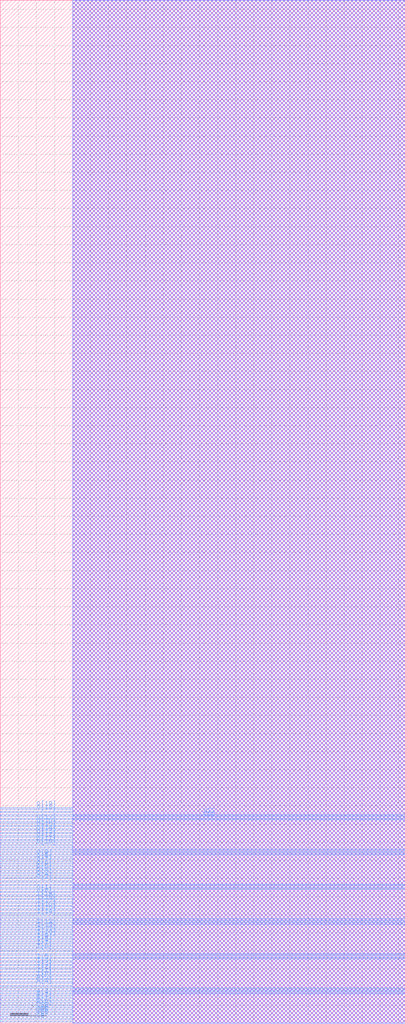
<source format=lef>
VERSION 5.6 ;
BUSBITCHARS "[]" ;
DIVIDERCHAR "/" ;

MACRO SRAM1RW64x20
  CLASS BLOCK ;
  ORIGIN 0 0 ;
  FOREIGN SRAM1RW64x20 0 0 ;
  SIZE 22.368 BY 56.512 ;
  SYMMETRY X Y ;
  SITE coreSite ;
  PIN VDD
    DIRECTION INOUT ;
    USE POWER ;
    PORT 
      LAYER M4 ;
        RECT 0.0 1.632 22.368 1.728 ;
        RECT 0.0 3.552 22.368 3.648 ;
        RECT 0.0 5.472 22.368 5.568 ;
        RECT 0.0 7.392 22.368 7.488 ;
        RECT 0.0 9.312 22.368 9.408 ;
        RECT 0.0 11.232 22.368 11.328 ;
    END 
  END VDD
  PIN VSS
    DIRECTION INOUT ;
    USE GROUND ;
    PORT 
      LAYER M4 ;
        RECT 0.0 1.824 22.368 1.92 ;
        RECT 0.0 3.744 22.368 3.84 ;
        RECT 0.0 5.664 22.368 5.76 ;
        RECT 0.0 7.584 22.368 7.68 ;
        RECT 0.0 9.504 22.368 9.6 ;
        RECT 0.0 11.424 22.368 11.52 ;
    END 
  END VSS
  PIN CE
    DIRECTION INPUT ;
    USE SIGNAL ;
    PORT 
      LAYER M4 ;
        RECT 0.0 0.096 4.0 0.192 ;
    END 
  END CE
  PIN WEB
    DIRECTION INPUT ;
    USE SIGNAL ;
    PORT 
      LAYER M4 ;
        RECT 0.0 0.288 4.0 0.384 ;
    END 
  END WEB
  PIN OEB
    DIRECTION INPUT ;
    USE SIGNAL ;
    PORT 
      LAYER M4 ;
        RECT 0.0 0.48 4.0 0.576 ;
    END 
  END OEB
  PIN CSB
    DIRECTION INPUT ;
    USE SIGNAL ;
    PORT 
      LAYER M4 ;
        RECT 0.0 0.672 4.0 0.768 ;
    END 
  END CSB
  PIN A[0]
    DIRECTION INPUT ;
    USE SIGNAL ;
    PORT 
      LAYER M4 ;
        RECT 0.0 0.864 4.0 0.96 ;
    END 
  END A[0]
  PIN A[1]
    DIRECTION INPUT ;
    USE SIGNAL ;
    PORT 
      LAYER M4 ;
        RECT 0.0 1.056 4.0 1.152 ;
    END 
  END A[1]
  PIN A[2]
    DIRECTION INPUT ;
    USE SIGNAL ;
    PORT 
      LAYER M4 ;
        RECT 0.0 1.248 4.0 1.344 ;
    END 
  END A[2]
  PIN A[3]
    DIRECTION INPUT ;
    USE SIGNAL ;
    PORT 
      LAYER M4 ;
        RECT 0.0 1.44 4.0 1.536 ;
    END 
  END A[3]
  PIN A[4]
    DIRECTION INPUT ;
    USE SIGNAL ;
    PORT 
      LAYER M4 ;
        RECT 0.0 2.016 4.0 2.112 ;
    END 
  END A[4]
  PIN A[5]
    DIRECTION INPUT ;
    USE SIGNAL ;
    PORT 
      LAYER M4 ;
        RECT 0.0 2.208 4.0 2.304 ;
    END 
  END A[5]
  PIN I[0]
    DIRECTION INPUT ;
    USE SIGNAL ;
    PORT 
      LAYER M4 ;
        RECT 0.0 2.4 4.0 2.496 ;
    END 
  END I[0]
  PIN I[1]
    DIRECTION INPUT ;
    USE SIGNAL ;
    PORT 
      LAYER M4 ;
        RECT 0.0 2.592 4.0 2.688 ;
    END 
  END I[1]
  PIN I[2]
    DIRECTION INPUT ;
    USE SIGNAL ;
    PORT 
      LAYER M4 ;
        RECT 0.0 2.784 4.0 2.88 ;
    END 
  END I[2]
  PIN I[3]
    DIRECTION INPUT ;
    USE SIGNAL ;
    PORT 
      LAYER M4 ;
        RECT 0.0 2.976 4.0 3.072 ;
    END 
  END I[3]
  PIN I[4]
    DIRECTION INPUT ;
    USE SIGNAL ;
    PORT 
      LAYER M4 ;
        RECT 0.0 3.168 4.0 3.264 ;
    END 
  END I[4]
  PIN I[5]
    DIRECTION INPUT ;
    USE SIGNAL ;
    PORT 
      LAYER M4 ;
        RECT 0.0 3.36 4.0 3.456 ;
    END 
  END I[5]
  PIN I[6]
    DIRECTION INPUT ;
    USE SIGNAL ;
    PORT 
      LAYER M4 ;
        RECT 0.0 3.936 4.0 4.032 ;
    END 
  END I[6]
  PIN I[7]
    DIRECTION INPUT ;
    USE SIGNAL ;
    PORT 
      LAYER M4 ;
        RECT 0.0 4.128 4.0 4.224 ;
    END 
  END I[7]
  PIN I[8]
    DIRECTION INPUT ;
    USE SIGNAL ;
    PORT 
      LAYER M4 ;
        RECT 0.0 4.32 4.0 4.416 ;
    END 
  END I[8]
  PIN I[9]
    DIRECTION INPUT ;
    USE SIGNAL ;
    PORT 
      LAYER M4 ;
        RECT 0.0 4.512 4.0 4.608 ;
    END 
  END I[9]
  PIN I[10]
    DIRECTION INPUT ;
    USE SIGNAL ;
    PORT 
      LAYER M4 ;
        RECT 0.0 4.704 4.0 4.8 ;
    END 
  END I[10]
  PIN I[11]
    DIRECTION INPUT ;
    USE SIGNAL ;
    PORT 
      LAYER M4 ;
        RECT 0.0 4.896 4.0 4.992 ;
    END 
  END I[11]
  PIN I[12]
    DIRECTION INPUT ;
    USE SIGNAL ;
    PORT 
      LAYER M4 ;
        RECT 0.0 5.088 4.0 5.184 ;
    END 
  END I[12]
  PIN I[13]
    DIRECTION INPUT ;
    USE SIGNAL ;
    PORT 
      LAYER M4 ;
        RECT 0.0 5.28 4.0 5.376 ;
    END 
  END I[13]
  PIN I[14]
    DIRECTION INPUT ;
    USE SIGNAL ;
    PORT 
      LAYER M4 ;
        RECT 0.0 5.856 4.0 5.952 ;
    END 
  END I[14]
  PIN I[15]
    DIRECTION INPUT ;
    USE SIGNAL ;
    PORT 
      LAYER M4 ;
        RECT 0.0 6.048 4.0 6.144 ;
    END 
  END I[15]
  PIN I[16]
    DIRECTION INPUT ;
    USE SIGNAL ;
    PORT 
      LAYER M4 ;
        RECT 0.0 6.24 4.0 6.336 ;
    END 
  END I[16]
  PIN I[17]
    DIRECTION INPUT ;
    USE SIGNAL ;
    PORT 
      LAYER M4 ;
        RECT 0.0 6.432 4.0 6.528 ;
    END 
  END I[17]
  PIN I[18]
    DIRECTION INPUT ;
    USE SIGNAL ;
    PORT 
      LAYER M4 ;
        RECT 0.0 6.624 4.0 6.72 ;
    END 
  END I[18]
  PIN I[19]
    DIRECTION INPUT ;
    USE SIGNAL ;
    PORT 
      LAYER M4 ;
        RECT 0.0 6.816 4.0 6.912 ;
    END 
  END I[19]
  PIN O[0]
    DIRECTION OUTPUT ;
    USE SIGNAL ;
    PORT 
      LAYER M4 ;
        RECT 0.0 7.008 4.0 7.104 ;
    END 
  END O[0]
  PIN O[1]
    DIRECTION OUTPUT ;
    USE SIGNAL ;
    PORT 
      LAYER M4 ;
        RECT 0.0 7.2 4.0 7.296 ;
    END 
  END O[1]
  PIN O[2]
    DIRECTION OUTPUT ;
    USE SIGNAL ;
    PORT 
      LAYER M4 ;
        RECT 0.0 7.776 4.0 7.872 ;
    END 
  END O[2]
  PIN O[3]
    DIRECTION OUTPUT ;
    USE SIGNAL ;
    PORT 
      LAYER M4 ;
        RECT 0.0 7.968 4.0 8.064 ;
    END 
  END O[3]
  PIN O[4]
    DIRECTION OUTPUT ;
    USE SIGNAL ;
    PORT 
      LAYER M4 ;
        RECT 0.0 8.16 4.0 8.256 ;
    END 
  END O[4]
  PIN O[5]
    DIRECTION OUTPUT ;
    USE SIGNAL ;
    PORT 
      LAYER M4 ;
        RECT 0.0 8.352 4.0 8.448 ;
    END 
  END O[5]
  PIN O[6]
    DIRECTION OUTPUT ;
    USE SIGNAL ;
    PORT 
      LAYER M4 ;
        RECT 0.0 8.544 4.0 8.64 ;
    END 
  END O[6]
  PIN O[7]
    DIRECTION OUTPUT ;
    USE SIGNAL ;
    PORT 
      LAYER M4 ;
        RECT 0.0 8.736 4.0 8.832 ;
    END 
  END O[7]
  PIN O[8]
    DIRECTION OUTPUT ;
    USE SIGNAL ;
    PORT 
      LAYER M4 ;
        RECT 0.0 8.928 4.0 9.024 ;
    END 
  END O[8]
  PIN O[9]
    DIRECTION OUTPUT ;
    USE SIGNAL ;
    PORT 
      LAYER M4 ;
        RECT 0.0 9.12 4.0 9.216 ;
    END 
  END O[9]
  PIN O[10]
    DIRECTION OUTPUT ;
    USE SIGNAL ;
    PORT 
      LAYER M4 ;
        RECT 0.0 9.696 4.0 9.792 ;
    END 
  END O[10]
  PIN O[11]
    DIRECTION OUTPUT ;
    USE SIGNAL ;
    PORT 
      LAYER M4 ;
        RECT 0.0 9.888 4.0 9.984 ;
    END 
  END O[11]
  PIN O[12]
    DIRECTION OUTPUT ;
    USE SIGNAL ;
    PORT 
      LAYER M4 ;
        RECT 0.0 10.08 4.0 10.176 ;
    END 
  END O[12]
  PIN O[13]
    DIRECTION OUTPUT ;
    USE SIGNAL ;
    PORT 
      LAYER M4 ;
        RECT 0.0 10.272 4.0 10.368 ;
    END 
  END O[13]
  PIN O[14]
    DIRECTION OUTPUT ;
    USE SIGNAL ;
    PORT 
      LAYER M4 ;
        RECT 0.0 10.464 4.0 10.56 ;
    END 
  END O[14]
  PIN O[15]
    DIRECTION OUTPUT ;
    USE SIGNAL ;
    PORT 
      LAYER M4 ;
        RECT 0.0 10.656 4.0 10.752 ;
    END 
  END O[15]
  PIN O[16]
    DIRECTION OUTPUT ;
    USE SIGNAL ;
    PORT 
      LAYER M4 ;
        RECT 0.0 10.848 4.0 10.944 ;
    END 
  END O[16]
  PIN O[17]
    DIRECTION OUTPUT ;
    USE SIGNAL ;
    PORT 
      LAYER M4 ;
        RECT 0.0 11.04 4.0 11.136 ;
    END 
  END O[17]
  PIN O[18]
    DIRECTION OUTPUT ;
    USE SIGNAL ;
    PORT 
      LAYER M4 ;
        RECT 0.0 11.616 4.0 11.712 ;
    END 
  END O[18]
  PIN O[19]
    DIRECTION OUTPUT ;
    USE SIGNAL ;
    PORT 
      LAYER M4 ;
        RECT 0.0 11.808 4.0 11.904 ;
    END 
  END O[19]
  OBS 
    LAYER M1 ;
      RECT 4.0 0.0 22.368 56.512 ;
    LAYER M2 ;
      RECT 4.0 0.0 22.368 56.512 ;
    LAYER M3 ;
      RECT 4.0 0.0 22.368 56.512 ;
  END 
END SRAM1RW64x20

END LIBRARY
</source>
